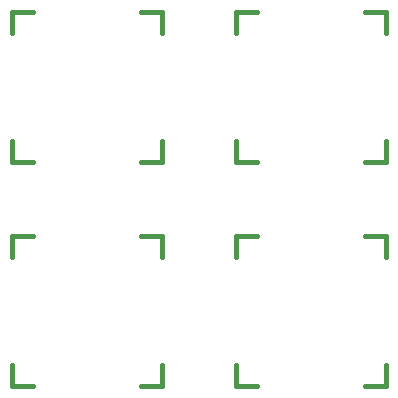
<source format=gbo>
G04 #@! TF.FileFunction,Legend,Bot*
%FSLAX46Y46*%
G04 Gerber Fmt 4.6, Leading zero omitted, Abs format (unit mm)*
G04 Created by KiCad (PCBNEW (after 2015-jan-16 BZR unknown)-brewed_product) date Sunday, March 08, 2015 'PMt' 01:09:04 PM*
%MOMM*%
G01*
G04 APERTURE LIST*
%ADD10C,0.100000*%
%ADD11C,0.381000*%
G04 APERTURE END LIST*
D10*
D11*
X181650000Y-124650000D02*
X183428000Y-124650000D01*
X192572000Y-124650000D02*
X194350000Y-124650000D01*
X194350000Y-124650000D02*
X194350000Y-126428000D01*
X194350000Y-135572000D02*
X194350000Y-137350000D01*
X194350000Y-137350000D02*
X192572000Y-137350000D01*
X183428000Y-137350000D02*
X181650000Y-137350000D01*
X181650000Y-137350000D02*
X181650000Y-135572000D01*
X181650000Y-126428000D02*
X181650000Y-124650000D01*
X181650000Y-143650000D02*
X183428000Y-143650000D01*
X192572000Y-143650000D02*
X194350000Y-143650000D01*
X194350000Y-143650000D02*
X194350000Y-145428000D01*
X194350000Y-154572000D02*
X194350000Y-156350000D01*
X194350000Y-156350000D02*
X192572000Y-156350000D01*
X183428000Y-156350000D02*
X181650000Y-156350000D01*
X181650000Y-156350000D02*
X181650000Y-154572000D01*
X181650000Y-145428000D02*
X181650000Y-143650000D01*
X200650000Y-124650000D02*
X202428000Y-124650000D01*
X211572000Y-124650000D02*
X213350000Y-124650000D01*
X213350000Y-124650000D02*
X213350000Y-126428000D01*
X213350000Y-135572000D02*
X213350000Y-137350000D01*
X213350000Y-137350000D02*
X211572000Y-137350000D01*
X202428000Y-137350000D02*
X200650000Y-137350000D01*
X200650000Y-137350000D02*
X200650000Y-135572000D01*
X200650000Y-126428000D02*
X200650000Y-124650000D01*
X200650000Y-143650000D02*
X202428000Y-143650000D01*
X211572000Y-143650000D02*
X213350000Y-143650000D01*
X213350000Y-143650000D02*
X213350000Y-145428000D01*
X213350000Y-154572000D02*
X213350000Y-156350000D01*
X213350000Y-156350000D02*
X211572000Y-156350000D01*
X202428000Y-156350000D02*
X200650000Y-156350000D01*
X200650000Y-156350000D02*
X200650000Y-154572000D01*
X200650000Y-145428000D02*
X200650000Y-143650000D01*
M02*

</source>
